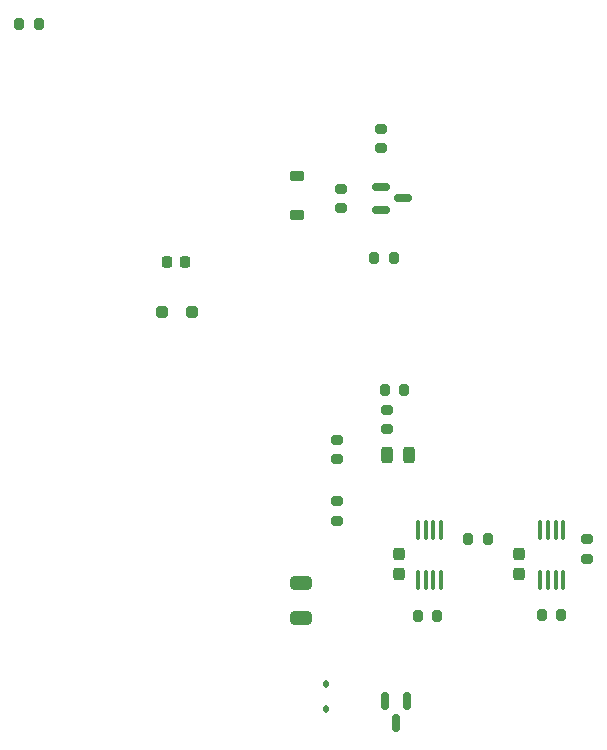
<source format=gtp>
G04 #@! TF.GenerationSoftware,KiCad,Pcbnew,7.0.7*
G04 #@! TF.CreationDate,2023-09-27T11:51:15+02:00*
G04 #@! TF.ProjectId,heating-controller,68656174-696e-4672-9d63-6f6e74726f6c,rev?*
G04 #@! TF.SameCoordinates,Original*
G04 #@! TF.FileFunction,Paste,Top*
G04 #@! TF.FilePolarity,Positive*
%FSLAX46Y46*%
G04 Gerber Fmt 4.6, Leading zero omitted, Abs format (unit mm)*
G04 Created by KiCad (PCBNEW 7.0.7) date 2023-09-27 11:51:15*
%MOMM*%
%LPD*%
G01*
G04 APERTURE LIST*
G04 Aperture macros list*
%AMRoundRect*
0 Rectangle with rounded corners*
0 $1 Rounding radius*
0 $2 $3 $4 $5 $6 $7 $8 $9 X,Y pos of 4 corners*
0 Add a 4 corners polygon primitive as box body*
4,1,4,$2,$3,$4,$5,$6,$7,$8,$9,$2,$3,0*
0 Add four circle primitives for the rounded corners*
1,1,$1+$1,$2,$3*
1,1,$1+$1,$4,$5*
1,1,$1+$1,$6,$7*
1,1,$1+$1,$8,$9*
0 Add four rect primitives between the rounded corners*
20,1,$1+$1,$2,$3,$4,$5,0*
20,1,$1+$1,$4,$5,$6,$7,0*
20,1,$1+$1,$6,$7,$8,$9,0*
20,1,$1+$1,$8,$9,$2,$3,0*%
G04 Aperture macros list end*
%ADD10RoundRect,0.150000X-0.150000X0.587500X-0.150000X-0.587500X0.150000X-0.587500X0.150000X0.587500X0*%
%ADD11RoundRect,0.200000X-0.200000X-0.275000X0.200000X-0.275000X0.200000X0.275000X-0.200000X0.275000X0*%
%ADD12RoundRect,0.200000X-0.275000X0.200000X-0.275000X-0.200000X0.275000X-0.200000X0.275000X0.200000X0*%
%ADD13RoundRect,0.100000X0.100000X-0.712500X0.100000X0.712500X-0.100000X0.712500X-0.100000X-0.712500X0*%
%ADD14RoundRect,0.200000X0.275000X-0.200000X0.275000X0.200000X-0.275000X0.200000X-0.275000X-0.200000X0*%
%ADD15RoundRect,0.200000X0.200000X0.275000X-0.200000X0.275000X-0.200000X-0.275000X0.200000X-0.275000X0*%
%ADD16RoundRect,0.237500X-0.237500X0.300000X-0.237500X-0.300000X0.237500X-0.300000X0.237500X0.300000X0*%
%ADD17RoundRect,0.243750X0.243750X0.456250X-0.243750X0.456250X-0.243750X-0.456250X0.243750X-0.456250X0*%
%ADD18RoundRect,0.250000X-0.650000X0.325000X-0.650000X-0.325000X0.650000X-0.325000X0.650000X0.325000X0*%
%ADD19RoundRect,0.225000X-0.375000X0.225000X-0.375000X-0.225000X0.375000X-0.225000X0.375000X0.225000X0*%
%ADD20RoundRect,0.150000X-0.587500X-0.150000X0.587500X-0.150000X0.587500X0.150000X-0.587500X0.150000X0*%
%ADD21RoundRect,0.112500X-0.112500X0.187500X-0.112500X-0.187500X0.112500X-0.187500X0.112500X0.187500X0*%
%ADD22RoundRect,0.225000X-0.225000X-0.250000X0.225000X-0.250000X0.225000X0.250000X-0.225000X0.250000X0*%
%ADD23RoundRect,0.250000X-0.250000X-0.250000X0.250000X-0.250000X0.250000X0.250000X-0.250000X0.250000X0*%
G04 APERTURE END LIST*
D10*
X84100000Y-87225000D03*
X82200000Y-87225000D03*
X83150000Y-89100000D03*
D11*
X89250000Y-73500000D03*
X90900000Y-73500000D03*
D12*
X99300000Y-73500000D03*
X99300000Y-75150000D03*
D11*
X51245000Y-29845000D03*
X52895000Y-29845000D03*
D13*
X95355000Y-76972500D03*
X96005000Y-76972500D03*
X96655000Y-76972500D03*
X97305000Y-76972500D03*
X97305000Y-72747500D03*
X96655000Y-72747500D03*
X96005000Y-72747500D03*
X95355000Y-72747500D03*
D14*
X82390000Y-64205000D03*
X82390000Y-62555000D03*
D15*
X83830000Y-60900000D03*
X82180000Y-60900000D03*
D16*
X93600000Y-74737500D03*
X93600000Y-76462500D03*
D12*
X78150000Y-70275000D03*
X78150000Y-71925000D03*
D15*
X82950000Y-49700000D03*
X81300000Y-49700000D03*
D13*
X85005000Y-76962500D03*
X85655000Y-76962500D03*
X86305000Y-76962500D03*
X86955000Y-76962500D03*
X86955000Y-72737500D03*
X86305000Y-72737500D03*
X85655000Y-72737500D03*
X85005000Y-72737500D03*
D17*
X84287500Y-66390000D03*
X82412500Y-66390000D03*
D12*
X78150000Y-65100000D03*
X78150000Y-66750000D03*
D15*
X86645000Y-79970000D03*
X84995000Y-79970000D03*
D18*
X75064800Y-77248200D03*
X75064800Y-80198200D03*
D19*
X74800000Y-42750000D03*
X74800000Y-46050000D03*
D20*
X81850000Y-43700000D03*
X81850000Y-45600000D03*
X83725000Y-44650000D03*
D15*
X97155000Y-79950000D03*
X95505000Y-79950000D03*
D21*
X77200000Y-85800000D03*
X77200000Y-87900000D03*
D12*
X78500000Y-43850000D03*
X78500000Y-45500000D03*
D22*
X63774200Y-49995800D03*
X65324200Y-49995800D03*
D23*
X63350000Y-54288400D03*
X65850000Y-54288400D03*
D16*
X83420000Y-74737500D03*
X83420000Y-76462500D03*
D12*
X81850000Y-38750000D03*
X81850000Y-40400000D03*
M02*

</source>
